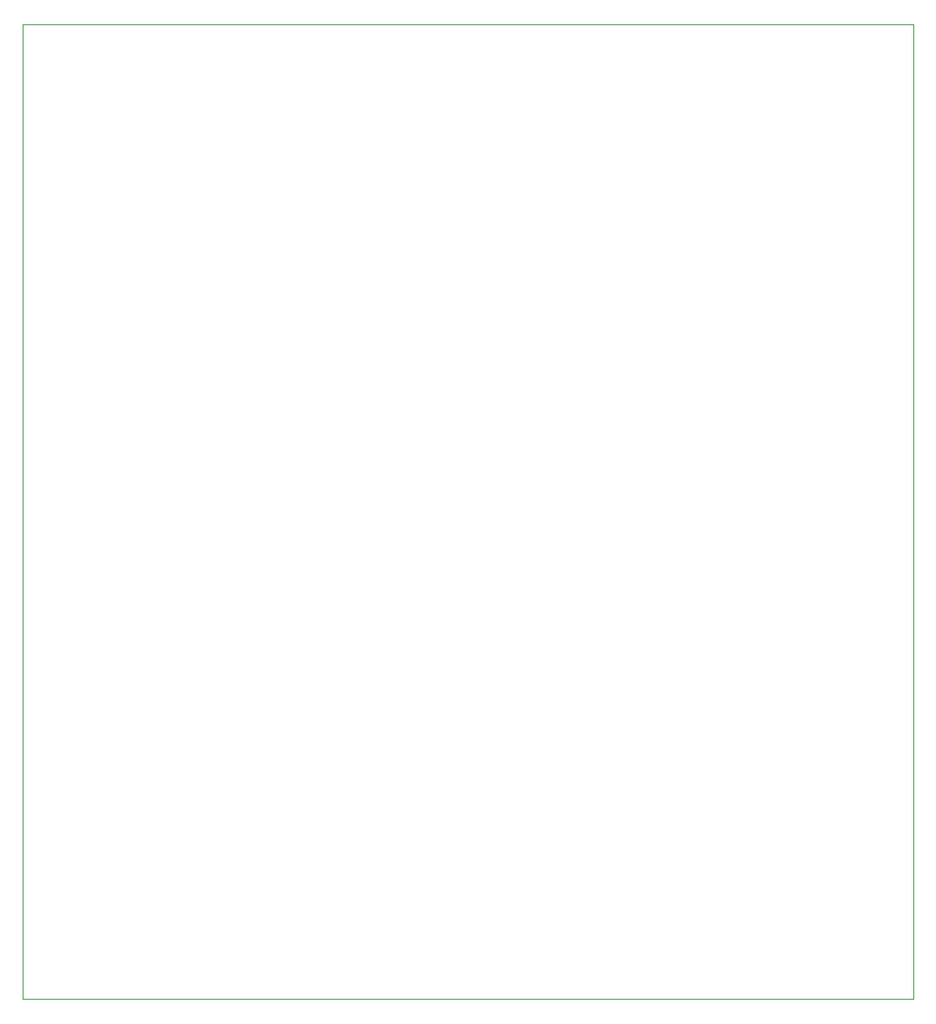
<source format=gbr>
%TF.GenerationSoftware,KiCad,Pcbnew,(6.0.7)*%
%TF.CreationDate,2023-03-27T03:10:45-05:00*%
%TF.ProjectId,Main PCB,4d61696e-2050-4434-922e-6b696361645f,rev?*%
%TF.SameCoordinates,Original*%
%TF.FileFunction,Profile,NP*%
%FSLAX46Y46*%
G04 Gerber Fmt 4.6, Leading zero omitted, Abs format (unit mm)*
G04 Created by KiCad (PCBNEW (6.0.7)) date 2023-03-27 03:10:45*
%MOMM*%
%LPD*%
G01*
G04 APERTURE LIST*
%TA.AperFunction,Profile*%
%ADD10C,0.100000*%
%TD*%
G04 APERTURE END LIST*
D10*
X14224000Y-19050000D02*
X104140000Y-19050000D01*
X104140000Y-19050000D02*
X104140000Y-117348000D01*
X104140000Y-117348000D02*
X14224000Y-117348000D01*
X14224000Y-117348000D02*
X14224000Y-19050000D01*
M02*

</source>
